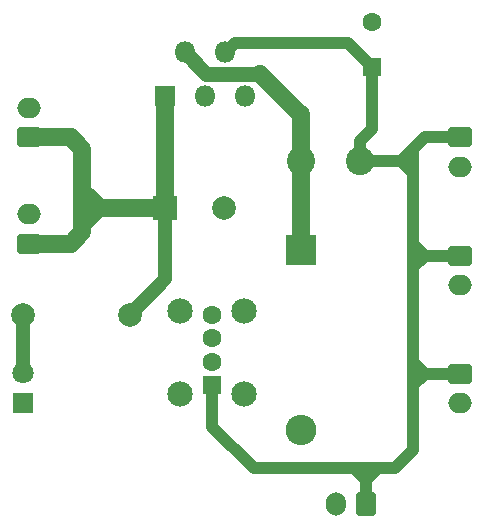
<source format=gbr>
G04 #@! TF.GenerationSoftware,KiCad,Pcbnew,(6.0.1)*
G04 #@! TF.CreationDate,2022-01-19T14:13:58+00:00*
G04 #@! TF.ProjectId,power_supply,706f7765-725f-4737-9570-706c792e6b69,rev?*
G04 #@! TF.SameCoordinates,Original*
G04 #@! TF.FileFunction,Copper,L1,Top*
G04 #@! TF.FilePolarity,Positive*
%FSLAX46Y46*%
G04 Gerber Fmt 4.6, Leading zero omitted, Abs format (unit mm)*
G04 Created by KiCad (PCBNEW (6.0.1)) date 2022-01-19 14:13:58*
%MOMM*%
%LPD*%
G01*
G04 APERTURE LIST*
G04 Aperture macros list*
%AMRoundRect*
0 Rectangle with rounded corners*
0 $1 Rounding radius*
0 $2 $3 $4 $5 $6 $7 $8 $9 X,Y pos of 4 corners*
0 Add a 4 corners polygon primitive as box body*
4,1,4,$2,$3,$4,$5,$6,$7,$8,$9,$2,$3,0*
0 Add four circle primitives for the rounded corners*
1,1,$1+$1,$2,$3*
1,1,$1+$1,$4,$5*
1,1,$1+$1,$6,$7*
1,1,$1+$1,$8,$9*
0 Add four rect primitives between the rounded corners*
20,1,$1+$1,$2,$3,$4,$5,0*
20,1,$1+$1,$4,$5,$6,$7,0*
20,1,$1+$1,$6,$7,$8,$9,0*
20,1,$1+$1,$8,$9,$2,$3,0*%
G04 Aperture macros list end*
G04 #@! TA.AperFunction,ComponentPad*
%ADD10R,1.600000X1.600000*%
G04 #@! TD*
G04 #@! TA.AperFunction,ComponentPad*
%ADD11C,1.600000*%
G04 #@! TD*
G04 #@! TA.AperFunction,ComponentPad*
%ADD12C,2.150000*%
G04 #@! TD*
G04 #@! TA.AperFunction,ComponentPad*
%ADD13O,1.700000X2.000000*%
G04 #@! TD*
G04 #@! TA.AperFunction,ComponentPad*
%ADD14RoundRect,0.250000X0.600000X0.750000X-0.600000X0.750000X-0.600000X-0.750000X0.600000X-0.750000X0*%
G04 #@! TD*
G04 #@! TA.AperFunction,ComponentPad*
%ADD15O,2.000000X1.700000*%
G04 #@! TD*
G04 #@! TA.AperFunction,ComponentPad*
%ADD16RoundRect,0.250000X-0.750000X0.600000X-0.750000X-0.600000X0.750000X-0.600000X0.750000X0.600000X0*%
G04 #@! TD*
G04 #@! TA.AperFunction,ComponentPad*
%ADD17C,2.000000*%
G04 #@! TD*
G04 #@! TA.AperFunction,ComponentPad*
%ADD18C,1.800000*%
G04 #@! TD*
G04 #@! TA.AperFunction,ComponentPad*
%ADD19R,1.800000X1.800000*%
G04 #@! TD*
G04 #@! TA.AperFunction,ComponentPad*
%ADD20RoundRect,0.250000X0.750000X-0.600000X0.750000X0.600000X-0.750000X0.600000X-0.750000X-0.600000X0*%
G04 #@! TD*
G04 #@! TA.AperFunction,ComponentPad*
%ADD21R,2.000000X2.000000*%
G04 #@! TD*
G04 #@! TA.AperFunction,ComponentPad*
%ADD22R,2.600000X2.600000*%
G04 #@! TD*
G04 #@! TA.AperFunction,ComponentPad*
%ADD23O,2.600000X2.600000*%
G04 #@! TD*
G04 #@! TA.AperFunction,ComponentPad*
%ADD24C,2.400000*%
G04 #@! TD*
G04 #@! TA.AperFunction,ComponentPad*
%ADD25O,1.800000X1.800000*%
G04 #@! TD*
G04 #@! TA.AperFunction,Conductor*
%ADD26C,1.000000*%
G04 #@! TD*
G04 #@! TA.AperFunction,Conductor*
%ADD27C,1.500000*%
G04 #@! TD*
G04 #@! TA.AperFunction,Conductor*
%ADD28C,1.250000*%
G04 #@! TD*
G04 #@! TA.AperFunction,Conductor*
%ADD29C,1.200000*%
G04 #@! TD*
G04 APERTURE END LIST*
D10*
X178500000Y-146000000D03*
D11*
X178500000Y-144000000D03*
X178500000Y-142000000D03*
X178500000Y-140000000D03*
D12*
X181220000Y-139730000D03*
X175780000Y-139730000D03*
X181220000Y-146730000D03*
X175780000Y-146730000D03*
D13*
X189000000Y-156000000D03*
D14*
X191500000Y-156000000D03*
D15*
X199500000Y-147500000D03*
D16*
X199500000Y-145000000D03*
D17*
X162500000Y-140000000D03*
X171500000Y-140000000D03*
D18*
X162500000Y-144960000D03*
D19*
X162500000Y-147500000D03*
D20*
X163000000Y-125000000D03*
D15*
X163000000Y-122500000D03*
D20*
X163000000Y-134000000D03*
D15*
X163000000Y-131500000D03*
D17*
X179500000Y-131000000D03*
D21*
X174500000Y-131000000D03*
D10*
X192000000Y-119000000D03*
D11*
X192000000Y-115200000D03*
D22*
X186000000Y-134500000D03*
D23*
X186000000Y-149740000D03*
D16*
X199500000Y-125000000D03*
D15*
X199500000Y-127500000D03*
D16*
X199500000Y-135000000D03*
D15*
X199500000Y-137500000D03*
D24*
X186000000Y-127000000D03*
X191000000Y-127000000D03*
D19*
X174500000Y-121500000D03*
D25*
X176200000Y-117800000D03*
X177900000Y-121500000D03*
X179600000Y-117800000D03*
X181300000Y-121500000D03*
D26*
X178500000Y-149500000D02*
X178500000Y-146000000D01*
X182000000Y-153000000D02*
X178500000Y-149500000D01*
X194000000Y-153000000D02*
X182000000Y-153000000D01*
X195500000Y-126000000D02*
X195500000Y-151500000D01*
X195500000Y-151500000D02*
X194000000Y-153000000D01*
X191500000Y-156000000D02*
X191500000Y-153000000D01*
X192500000Y-153000000D02*
X191500000Y-154000000D01*
X191500000Y-154000000D02*
X190500000Y-153000000D01*
D27*
X167500000Y-128500000D02*
X167500000Y-129500000D01*
X167500000Y-126000000D02*
X167500000Y-128500000D01*
X166500000Y-125000000D02*
X167500000Y-126000000D01*
X163000000Y-125000000D02*
X166500000Y-125000000D01*
X166500000Y-134000000D02*
X167500000Y-133000000D01*
X163000000Y-134000000D02*
X166500000Y-134000000D01*
D28*
X167500000Y-132500000D02*
X169000000Y-131000000D01*
D27*
X167500000Y-128804402D02*
X167500000Y-128500000D01*
X167500000Y-133000000D02*
X167500000Y-129804402D01*
X169000000Y-131000000D02*
X174500000Y-131000000D01*
X167500000Y-129500000D02*
X169000000Y-131000000D01*
D29*
X174500000Y-137000000D02*
X171500000Y-140000000D01*
X174500000Y-131000000D02*
X174500000Y-137000000D01*
D27*
X174500000Y-131000000D02*
X174500000Y-121500000D01*
D26*
X196500000Y-145000000D02*
X195500000Y-146000000D01*
X195500000Y-144000000D02*
X196500000Y-145000000D01*
X196500000Y-135000000D02*
X195500000Y-136000000D01*
X195500000Y-134000000D02*
X196500000Y-135000000D01*
X195500000Y-128000000D02*
X194500000Y-127000000D01*
X195500000Y-145000000D02*
X199500000Y-145000000D01*
X190000000Y-117000000D02*
X192000000Y-119000000D01*
X180400000Y-117000000D02*
X190000000Y-117000000D01*
X179600000Y-117800000D02*
X180400000Y-117000000D01*
X191000000Y-125302944D02*
X191000000Y-127000000D01*
X192000000Y-124302944D02*
X191000000Y-125302944D01*
X192000000Y-119000000D02*
X192000000Y-124302944D01*
X195500000Y-135000000D02*
X199500000Y-135000000D01*
X191000000Y-127000000D02*
X194500000Y-127000000D01*
X194500000Y-127000000D02*
X195500000Y-126000000D01*
X194500000Y-127000000D02*
X195000000Y-127000000D01*
X196500000Y-125000000D02*
X195500000Y-126000000D01*
X199500000Y-125000000D02*
X196500000Y-125000000D01*
D29*
X162500000Y-140000000D02*
X162500000Y-144960000D01*
D27*
X186000000Y-123000000D02*
X186000000Y-127000000D01*
D28*
X178000000Y-119600000D02*
X176200000Y-117800000D01*
X182500000Y-119600000D02*
X178000000Y-119600000D01*
D27*
X186000000Y-123100000D02*
X182500000Y-119600000D01*
X186000000Y-134000000D02*
X186000000Y-127000000D01*
M02*

</source>
